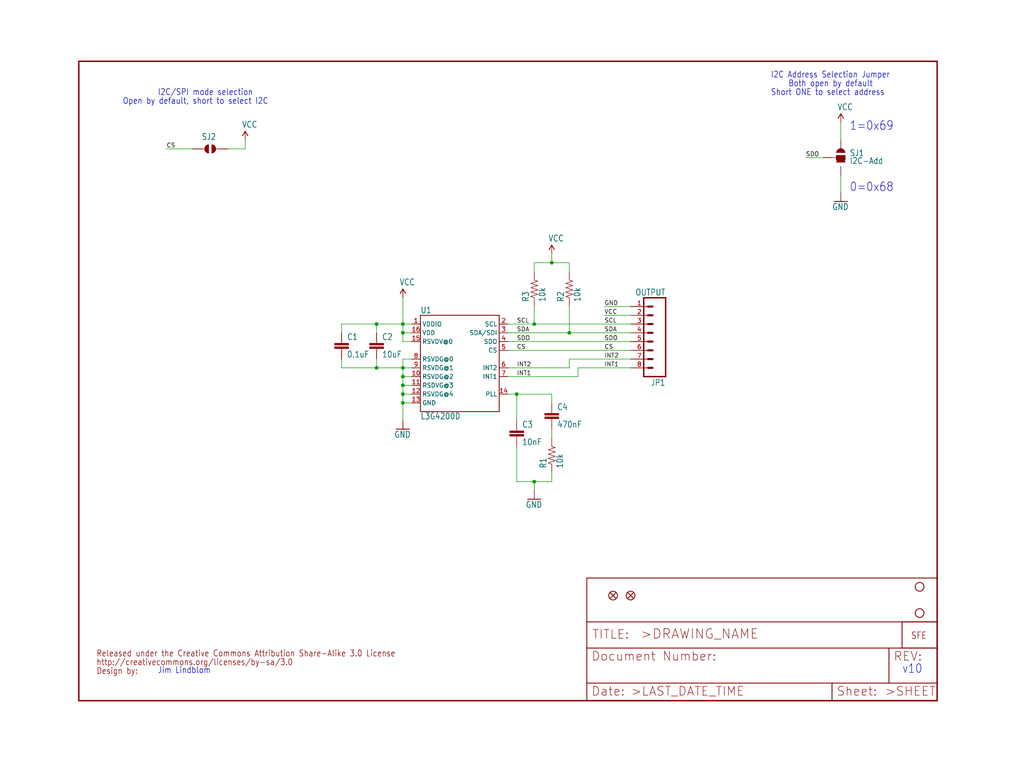
<source format=kicad_sch>
(kicad_sch (version 20211123) (generator eeschema)
  (paper "User" 297.002 223.926)
  (lib_symbols
    (symbol "eagleSchem-eagle-import:CAP0402-CAP"
      (property "Reference" "C" (at 1.524 2.921 0))
      (property "Value" "CAP0402-CAP" (at 1.524 -2.159 0))
      (symbol "CAP0402-CAP_1_0"
        (rectangle (start -2.032 0.508) (end 2.032 1.016) (fill (type outline)))
        (rectangle (start -2.032 1.524) (end 2.032 2.032) (fill (type outline)))
        (polyline (pts (xy 0 0) (xy 0 0.508)) (stroke (width 0.1524)))
        (polyline (pts (xy 0 2.54) (xy 0 2.032)) (stroke (width 0.1524)))
        (pin passive line (at 0 5.08 270) (length 2.54) (name "1") (number "1"))
        (pin passive line (at 0 -2.54 90) (length 2.54) (name "2") (number "2"))
      )
    )
    (symbol "eagleSchem-eagle-import:CAP1206"
      (property "Reference" "C" (at 1.524 2.921 0))
      (property "Value" "CAP1206" (at 1.524 -2.159 0))
      (symbol "CAP1206_1_0"
        (rectangle (start -2.032 0.508) (end 2.032 1.016) (fill (type outline)))
        (rectangle (start -2.032 1.524) (end 2.032 2.032) (fill (type outline)))
        (polyline (pts (xy 0 0) (xy 0 0.508)) (stroke (width 0.1524)))
        (polyline (pts (xy 0 2.54) (xy 0 2.032)) (stroke (width 0.1524)))
        (pin passive line (at 0 5.08 270) (length 2.54) (name "1") (number "1"))
        (pin passive line (at 0 -2.54 90) (length 2.54) (name "2") (number "2"))
      )
    )
    (symbol "eagleSchem-eagle-import:CREATIVE_COMMONS"
      (symbol "CREATIVE_COMMONS_1_0"
        (text "Design by:" (at 0 0 0) (effects (font (size 1.778 1.5113)) (justify left bottom)))
        (text "http://creativecommons.org/licenses/by-sa/3.0" (at 0 2.54 0) (effects (font (size 1.778 1.5113)) (justify left bottom)))
        (text "Released under the Creative Commons Attribution Share-Alike 3.0 License" (at 0 5.08 0) (effects (font (size 1.778 1.5113)) (justify left bottom)))
      )
    )
    (symbol "eagleSchem-eagle-import:FIDUCIAL1X2"
      (symbol "FIDUCIAL1X2_1_0"
        (polyline (pts (xy -0.762 0.762) (xy 0.762 -0.762)) (stroke (width 0.254)))
        (polyline (pts (xy 0.762 0.762) (xy -0.762 -0.762)) (stroke (width 0.254)))
        (circle (center 0 0) (radius 1.27) (stroke (width 0.254)))
      )
    )
    (symbol "eagleSchem-eagle-import:FRAME-LETTER"
      (symbol "FRAME-LETTER_1_0"
        (polyline (pts (xy 0 0) (xy 248.92 0)) (stroke (width 0.4064)))
        (polyline (pts (xy 0 185.42) (xy 0 0)) (stroke (width 0.4064)))
        (polyline (pts (xy 0 185.42) (xy 248.92 185.42)) (stroke (width 0.4064)))
        (polyline (pts (xy 248.92 185.42) (xy 248.92 0)) (stroke (width 0.4064)))
      )
      (symbol "FRAME-LETTER_2_0"
        (polyline (pts (xy 0 0) (xy 0 5.08)) (stroke (width 0.254)))
        (polyline (pts (xy 0 0) (xy 71.12 0)) (stroke (width 0.254)))
        (polyline (pts (xy 0 5.08) (xy 0 15.24)) (stroke (width 0.254)))
        (polyline (pts (xy 0 5.08) (xy 71.12 5.08)) (stroke (width 0.254)))
        (polyline (pts (xy 0 15.24) (xy 0 22.86)) (stroke (width 0.254)))
        (polyline (pts (xy 0 22.86) (xy 0 35.56)) (stroke (width 0.254)))
        (polyline (pts (xy 0 22.86) (xy 101.6 22.86)) (stroke (width 0.254)))
        (polyline (pts (xy 71.12 0) (xy 101.6 0)) (stroke (width 0.254)))
        (polyline (pts (xy 71.12 5.08) (xy 71.12 0)) (stroke (width 0.254)))
        (polyline (pts (xy 71.12 5.08) (xy 87.63 5.08)) (stroke (width 0.254)))
        (polyline (pts (xy 87.63 5.08) (xy 101.6 5.08)) (stroke (width 0.254)))
        (polyline (pts (xy 87.63 15.24) (xy 0 15.24)) (stroke (width 0.254)))
        (polyline (pts (xy 87.63 15.24) (xy 87.63 5.08)) (stroke (width 0.254)))
        (polyline (pts (xy 101.6 5.08) (xy 101.6 0)) (stroke (width 0.254)))
        (polyline (pts (xy 101.6 15.24) (xy 87.63 15.24)) (stroke (width 0.254)))
        (polyline (pts (xy 101.6 15.24) (xy 101.6 5.08)) (stroke (width 0.254)))
        (polyline (pts (xy 101.6 22.86) (xy 101.6 15.24)) (stroke (width 0.254)))
        (polyline (pts (xy 101.6 35.56) (xy 0 35.56)) (stroke (width 0.254)))
        (polyline (pts (xy 101.6 35.56) (xy 101.6 22.86)) (stroke (width 0.254)))
        (text ">DRAWING_NAME" (at 15.494 17.78 0) (effects (font (size 2.7432 2.7432)) (justify left bottom)))
        (text ">LAST_DATE_TIME" (at 12.7 1.27 0) (effects (font (size 2.54 2.54)) (justify left bottom)))
        (text ">SHEET" (at 86.36 1.27 0) (effects (font (size 2.54 2.54)) (justify left bottom)))
        (text "Date:" (at 1.27 1.27 0) (effects (font (size 2.54 2.54)) (justify left bottom)))
        (text "Document Number:" (at 1.27 11.43 0) (effects (font (size 2.54 2.54)) (justify left bottom)))
        (text "REV:" (at 88.9 11.43 0) (effects (font (size 2.54 2.54)) (justify left bottom)))
        (text "Sheet:" (at 72.39 1.27 0) (effects (font (size 2.54 2.54)) (justify left bottom)))
        (text "TITLE:" (at 1.524 17.78 0) (effects (font (size 2.54 2.54)) (justify left bottom)))
      )
    )
    (symbol "eagleSchem-eagle-import:GND" (power)
      (property "Value" "GND" (at -2.54 -2.54 0))
      (symbol "GND_1_0"
        (polyline (pts (xy -1.905 0) (xy 1.905 0)) (stroke (width 0.254)))
        (pin power_in line (at 0 2.54 270) (length 2.54) (name "GND") (number "1"))
      )
    )
    (symbol "eagleSchem-eagle-import:L3G4200D"
      (property "Reference" "U" (at -12.7 15.748 0))
      (property "Value" "L3G4200D" (at -12.7 -14.986 0))
      (symbol "L3G4200D_1_0"
        (polyline (pts (xy -12.7 -12.7) (xy 10.16 -12.7)) (stroke (width 0.254)))
        (polyline (pts (xy -12.7 15.24) (xy -12.7 -12.7)) (stroke (width 0.254)))
        (polyline (pts (xy 10.16 -12.7) (xy 10.16 15.24)) (stroke (width 0.254)))
        (polyline (pts (xy 10.16 15.24) (xy -12.7 15.24)) (stroke (width 0.254)))
        (pin bidirectional line (at -15.24 12.7 0) (length 2.54) (name "VDDIO") (number "1"))
        (pin bidirectional line (at -15.24 -2.54 0) (length 2.54) (name "RSVDG@2") (number "10"))
        (pin bidirectional line (at -15.24 -5.08 0) (length 2.54) (name "RSDVG@3") (number "11"))
        (pin bidirectional line (at -15.24 -7.62 0) (length 2.54) (name "RSVDG@4") (number "12"))
        (pin bidirectional line (at -15.24 -10.16 0) (length 2.54) (name "GND") (number "13"))
        (pin bidirectional line (at 12.7 -7.62 180) (length 2.54) (name "PLL") (number "14"))
        (pin bidirectional line (at -15.24 7.62 0) (length 2.54) (name "RSVDV@0") (number "15"))
        (pin bidirectional line (at -15.24 10.16 0) (length 2.54) (name "VDD") (number "16"))
        (pin bidirectional line (at 12.7 12.7 180) (length 2.54) (name "SCL") (number "2"))
        (pin bidirectional line (at 12.7 10.16 180) (length 2.54) (name "SDA/SDI") (number "3"))
        (pin bidirectional line (at 12.7 7.62 180) (length 2.54) (name "SDO") (number "4"))
        (pin bidirectional line (at 12.7 5.08 180) (length 2.54) (name "CS") (number "5"))
        (pin bidirectional line (at 12.7 0 180) (length 2.54) (name "INT2") (number "6"))
        (pin bidirectional line (at 12.7 -2.54 180) (length 2.54) (name "INT1") (number "7"))
        (pin bidirectional line (at -15.24 2.54 0) (length 2.54) (name "RSVDG@0") (number "8"))
        (pin bidirectional line (at -15.24 0 0) (length 2.54) (name "RSVDG@1") (number "9"))
      )
    )
    (symbol "eagleSchem-eagle-import:LOGO-SFESK"
      (symbol "LOGO-SFESK_1_0"
        (polyline (pts (xy -2.54 -2.54) (xy 7.62 -2.54)) (stroke (width 0.254)))
        (polyline (pts (xy -2.54 5.08) (xy -2.54 -2.54)) (stroke (width 0.254)))
        (polyline (pts (xy 7.62 -2.54) (xy 7.62 5.08)) (stroke (width 0.254)))
        (polyline (pts (xy 7.62 5.08) (xy -2.54 5.08)) (stroke (width 0.254)))
        (text "SFE" (at 0 0 0) (effects (font (size 1.9304 1.6408)) (justify left bottom)))
      )
    )
    (symbol "eagleSchem-eagle-import:M08"
      (property "Reference" "JP" (at -5.08 13.462 0))
      (property "Value" "M08" (at -5.08 -12.7 0))
      (symbol "M08_1_0"
        (polyline (pts (xy -5.08 12.7) (xy -5.08 -10.16)) (stroke (width 0.4064)))
        (polyline (pts (xy -5.08 12.7) (xy 1.27 12.7)) (stroke (width 0.4064)))
        (polyline (pts (xy -1.27 -7.62) (xy 0 -7.62)) (stroke (width 0.6096)))
        (polyline (pts (xy -1.27 -5.08) (xy 0 -5.08)) (stroke (width 0.6096)))
        (polyline (pts (xy -1.27 -2.54) (xy 0 -2.54)) (stroke (width 0.6096)))
        (polyline (pts (xy -1.27 0) (xy 0 0)) (stroke (width 0.6096)))
        (polyline (pts (xy -1.27 2.54) (xy 0 2.54)) (stroke (width 0.6096)))
        (polyline (pts (xy -1.27 5.08) (xy 0 5.08)) (stroke (width 0.6096)))
        (polyline (pts (xy -1.27 7.62) (xy 0 7.62)) (stroke (width 0.6096)))
        (polyline (pts (xy -1.27 10.16) (xy 0 10.16)) (stroke (width 0.6096)))
        (polyline (pts (xy 1.27 -10.16) (xy -5.08 -10.16)) (stroke (width 0.4064)))
        (polyline (pts (xy 1.27 -10.16) (xy 1.27 12.7)) (stroke (width 0.4064)))
        (pin passive line (at 5.08 -7.62 180) (length 5.08) (name "1") (number "1"))
        (pin passive line (at 5.08 -5.08 180) (length 5.08) (name "2") (number "2"))
        (pin passive line (at 5.08 -2.54 180) (length 5.08) (name "3") (number "3"))
        (pin passive line (at 5.08 0 180) (length 5.08) (name "4") (number "4"))
        (pin passive line (at 5.08 2.54 180) (length 5.08) (name "5") (number "5"))
        (pin passive line (at 5.08 5.08 180) (length 5.08) (name "6") (number "6"))
        (pin passive line (at 5.08 7.62 180) (length 5.08) (name "7") (number "7"))
        (pin passive line (at 5.08 10.16 180) (length 5.08) (name "8") (number "8"))
      )
    )
    (symbol "eagleSchem-eagle-import:RESISTOR0402-RES"
      (property "Reference" "R" (at -3.81 1.4986 0))
      (property "Value" "RESISTOR0402-RES" (at -3.81 -3.302 0))
      (symbol "RESISTOR0402-RES_1_0"
        (polyline (pts (xy -2.54 0) (xy -2.159 1.016)) (stroke (width 0.1524)))
        (polyline (pts (xy -2.159 1.016) (xy -1.524 -1.016)) (stroke (width 0.1524)))
        (polyline (pts (xy -1.524 -1.016) (xy -0.889 1.016)) (stroke (width 0.1524)))
        (polyline (pts (xy -0.889 1.016) (xy -0.254 -1.016)) (stroke (width 0.1524)))
        (polyline (pts (xy -0.254 -1.016) (xy 0.381 1.016)) (stroke (width 0.1524)))
        (polyline (pts (xy 0.381 1.016) (xy 1.016 -1.016)) (stroke (width 0.1524)))
        (polyline (pts (xy 1.016 -1.016) (xy 1.651 1.016)) (stroke (width 0.1524)))
        (polyline (pts (xy 1.651 1.016) (xy 2.286 -1.016)) (stroke (width 0.1524)))
        (polyline (pts (xy 2.286 -1.016) (xy 2.54 0)) (stroke (width 0.1524)))
        (pin passive line (at -5.08 0 0) (length 2.54) (name "1") (number "1"))
        (pin passive line (at 5.08 0 180) (length 2.54) (name "2") (number "2"))
      )
    )
    (symbol "eagleSchem-eagle-import:SOLDERJUMPERNO"
      (property "Reference" "SJ" (at -2.54 2.54 0))
      (symbol "SOLDERJUMPERNO_1_0"
        (arc (start -0.381 1.2699) (mid -1.6508 0) (end -0.381 -1.2699) (stroke (width 0.0001)) (fill (type outline)))
        (polyline (pts (xy -2.54 0) (xy -1.651 0)) (stroke (width 0.1524)))
        (polyline (pts (xy 2.54 0) (xy 1.651 0)) (stroke (width 0.1524)))
        (arc (start 0.381 -1.2699) (mid 1.6508 0) (end 0.381 1.2699) (stroke (width 0.0001)) (fill (type outline)))
        (pin passive line (at -5.08 0 0) (length 2.54) (name "1") (number "1"))
        (pin passive line (at 5.08 0 180) (length 2.54) (name "2") (number "2"))
      )
    )
    (symbol "eagleSchem-eagle-import:SOLDERJUMPER_2WAYS"
      (property "Reference" "SJ" (at 2.54 0.381 0))
      (property "Value" "SOLDERJUMPER_2WAYS" (at 2.54 -1.905 0))
      (symbol "SOLDERJUMPER_2WAYS_1_0"
        (rectangle (start -1.27 -0.635) (end 1.27 0.635) (fill (type outline)))
        (polyline (pts (xy -2.54 0) (xy -1.27 0)) (stroke (width 0.1524)))
        (polyline (pts (xy -1.27 -0.635) (xy -1.27 0)) (stroke (width 0.1524)))
        (polyline (pts (xy -1.27 0) (xy -1.27 0.635)) (stroke (width 0.1524)))
        (polyline (pts (xy -1.27 0.635) (xy 1.27 0.635)) (stroke (width 0.1524)))
        (polyline (pts (xy 1.27 -0.635) (xy -1.27 -0.635)) (stroke (width 0.1524)))
        (polyline (pts (xy 1.27 0.635) (xy 1.27 -0.635)) (stroke (width 0.1524)))
        (arc (start 1.27 -1.397) (mid 0 -0.127) (end -1.27 -1.397) (stroke (width 0.0001)) (fill (type outline)))
        (arc (start 1.27 1.397) (mid 0 2.667) (end -1.27 1.397) (stroke (width 0.0001)) (fill (type outline)))
        (pin passive line (at 0 5.08 270) (length 2.54) (name "1") (number "1"))
        (pin passive line (at -5.08 0 0) (length 2.54) (name "2") (number "2"))
        (pin passive line (at 0 -5.08 90) (length 2.54) (name "3") (number "3"))
      )
    )
    (symbol "eagleSchem-eagle-import:STAND-OFF"
      (symbol "STAND-OFF_1_0"
        (circle (center 0 0) (radius 1.27) (stroke (width 0.254)))
      )
    )
    (symbol "eagleSchem-eagle-import:VCC" (power)
      (property "Value" "VCC" (at -1.016 3.556 0))
      (symbol "VCC_1_0"
        (polyline (pts (xy 0 2.54) (xy -0.762 1.27)) (stroke (width 0.254)))
        (polyline (pts (xy 0.762 1.27) (xy 0 2.54)) (stroke (width 0.254)))
        (pin power_in line (at 0 0 90) (length 2.54) (name "VCC") (number "1"))
      )
    )
  )
  (junction (at 116.84 116.84))
  (junction (at 109.22 106.68))
  (junction (at 160.02 76.2))
  (junction (at 116.84 114.3))
  (junction (at 149.86 114.3))
  (junction (at 165.1 96.52))
  (junction (at 116.84 93.98))
  (junction (at 154.94 93.98))
  (junction (at 116.84 111.76))
  (junction (at 154.94 139.7))
  (junction (at 116.84 109.22))
  (junction (at 109.22 93.98))
  (junction (at 116.84 106.68))
  (junction (at 116.84 96.52))
  (wire (pts (xy 182.88 93.98) (xy 154.94 93.98)))
  (wire (pts (xy 99.06 104.14) (xy 99.06 106.68)))
  (wire (pts (xy 116.84 111.76) (xy 116.84 114.3)))
  (wire (pts (xy 149.86 114.3) (xy 160.02 114.3)))
  (wire (pts (xy 165.1 76.2) (xy 160.02 76.2)))
  (wire (pts (xy 149.86 139.7) (xy 154.94 139.7)))
  (wire (pts (xy 66.04 43.18) (xy 71.12 43.18)))
  (wire (pts (xy 238.76 45.72) (xy 233.68 45.72)))
  (wire (pts (xy 165.1 104.14) (xy 182.88 104.14)))
  (wire (pts (xy 160.02 127) (xy 160.02 124.46)))
  (wire (pts (xy 71.12 40.64) (xy 71.12 43.18)))
  (wire (pts (xy 167.64 106.68) (xy 182.88 106.68)))
  (wire (pts (xy 147.32 106.68) (xy 165.1 106.68)))
  (wire (pts (xy 147.32 109.22) (xy 167.64 109.22)))
  (wire (pts (xy 147.32 93.98) (xy 154.94 93.98)))
  (wire (pts (xy 160.02 76.2) (xy 160.02 73.66)))
  (wire (pts (xy 149.86 129.54) (xy 149.86 139.7)))
  (wire (pts (xy 109.22 93.98) (xy 116.84 93.98)))
  (wire (pts (xy 147.32 96.52) (xy 165.1 96.52)))
  (wire (pts (xy 160.02 114.3) (xy 160.02 116.84)))
  (wire (pts (xy 167.64 109.22) (xy 167.64 106.68)))
  (wire (pts (xy 109.22 106.68) (xy 116.84 106.68)))
  (wire (pts (xy 119.38 106.68) (xy 116.84 106.68)))
  (wire (pts (xy 243.84 55.88) (xy 243.84 50.8)))
  (wire (pts (xy 99.06 106.68) (xy 109.22 106.68)))
  (wire (pts (xy 154.94 93.98) (xy 154.94 88.9)))
  (wire (pts (xy 116.84 106.68) (xy 116.84 109.22)))
  (wire (pts (xy 182.88 99.06) (xy 147.32 99.06)))
  (wire (pts (xy 119.38 116.84) (xy 116.84 116.84)))
  (wire (pts (xy 119.38 93.98) (xy 116.84 93.98)))
  (wire (pts (xy 99.06 96.52) (xy 99.06 93.98)))
  (wire (pts (xy 116.84 99.06) (xy 116.84 96.52)))
  (wire (pts (xy 116.84 109.22) (xy 116.84 111.76)))
  (wire (pts (xy 119.38 111.76) (xy 116.84 111.76)))
  (wire (pts (xy 149.86 114.3) (xy 149.86 121.92)))
  (wire (pts (xy 55.88 43.18) (xy 48.26 43.18)))
  (wire (pts (xy 119.38 104.14) (xy 116.84 104.14)))
  (wire (pts (xy 182.88 101.6) (xy 147.32 101.6)))
  (wire (pts (xy 119.38 96.52) (xy 116.84 96.52)))
  (wire (pts (xy 116.84 114.3) (xy 116.84 116.84)))
  (wire (pts (xy 119.38 99.06) (xy 116.84 99.06)))
  (wire (pts (xy 147.32 114.3) (xy 149.86 114.3)))
  (wire (pts (xy 243.84 35.56) (xy 243.84 40.64)))
  (wire (pts (xy 160.02 139.7) (xy 160.02 137.16)))
  (wire (pts (xy 109.22 104.14) (xy 109.22 106.68)))
  (wire (pts (xy 119.38 114.3) (xy 116.84 114.3)))
  (wire (pts (xy 154.94 139.7) (xy 154.94 142.24)))
  (wire (pts (xy 165.1 78.74) (xy 165.1 76.2)))
  (wire (pts (xy 109.22 96.52) (xy 109.22 93.98)))
  (wire (pts (xy 154.94 78.74) (xy 154.94 76.2)))
  (wire (pts (xy 116.84 116.84) (xy 116.84 121.92)))
  (wire (pts (xy 160.02 139.7) (xy 154.94 139.7)))
  (wire (pts (xy 165.1 96.52) (xy 165.1 88.9)))
  (wire (pts (xy 182.88 91.44) (xy 175.26 91.44)))
  (wire (pts (xy 182.88 88.9) (xy 175.26 88.9)))
  (wire (pts (xy 116.84 93.98) (xy 116.84 86.36)))
  (wire (pts (xy 116.84 104.14) (xy 116.84 106.68)))
  (wire (pts (xy 182.88 96.52) (xy 165.1 96.52)))
  (wire (pts (xy 119.38 109.22) (xy 116.84 109.22)))
  (wire (pts (xy 116.84 96.52) (xy 116.84 93.98)))
  (wire (pts (xy 99.06 93.98) (xy 109.22 93.98)))
  (wire (pts (xy 154.94 76.2) (xy 160.02 76.2)))
  (wire (pts (xy 165.1 106.68) (xy 165.1 104.14)))
  (text "Jim Lindblom" (at 45.72 195.58 180) (effects (font (size 1.778 1.5113)) (justify left bottom)))
  (text "Open by default, short to select I2C" (at 35.56 30.48 180) (effects (font (size 1.778 1.5113)) (justify left bottom)))
  (text "0=0x68" (at 246.38 55.88 180) (effects (font (size 2.54 2.159)) (justify left bottom)))
  (text "1=0x69" (at 246.38 38.1 180) (effects (font (size 2.54 2.159)) (justify left bottom)))
  (text "I2C/SPI mode selection" (at 45.72 27.94 180) (effects (font (size 1.778 1.5113)) (justify left bottom)))
  (text "Both open by default" (at 228.6 25.4 180) (effects (font (size 1.778 1.5113)) (justify left bottom)))
  (text "Short ONE to select address" (at 223.52 27.94 180) (effects (font (size 1.778 1.5113)) (justify left bottom)))
  (text "I2C Address Selection Jumper" (at 223.52 22.86 180) (effects (font (size 1.778 1.5113)) (justify left bottom)))
  (text "v10" (at 261.62 195.58 180) (effects (font (size 2.54 2.159)) (justify left bottom)))
  (label "SDO" (at 233.68 45.72 0) (effects (font (size 1.2446 1.2446))))
  (label "SDA" (at 149.86 96.52 0) (effects (font (size 1.2446 1.2446))))
  (label "INT1" (at 175.26 106.68 0) (effects (font (size 1.2446 1.2446))))
  (label "SCL" (at 149.86 93.98 0) (effects (font (size 1.2446 1.2446))))
  (label "CS" (at 48.26 43.18 0) (effects (font (size 1.2446 1.2446))))
  (label "SDA" (at 175.26 96.52 0) (effects (font (size 1.2446 1.2446))))
  (label "GND" (at 175.26 88.9 0) (effects (font (size 1.2446 1.2446))))
  (label "VCC" (at 175.26 91.44 0) (effects (font (size 1.2446 1.2446))))
  (label "INT1" (at 149.86 109.22 0) (effects (font (size 1.2446 1.2446))))
  (label "SDO" (at 149.86 99.06 0) (effects (font (size 1.2446 1.2446))))
  (label "CS" (at 175.26 101.6 0) (effects (font (size 1.2446 1.2446))))
  (label "INT2" (at 149.86 106.68 0) (effects (font (size 1.2446 1.2446))))
  (label "SCL" (at 175.26 93.98 0) (effects (font (size 1.2446 1.2446))))
  (label "CS" (at 149.86 101.6 0) (effects (font (size 1.2446 1.2446))))
  (label "INT2" (at 175.26 104.14 0) (effects (font (size 1.2446 1.2446))))
  (label "SDO" (at 175.26 99.06 0) (effects (font (size 1.2446 1.2446))))
  (symbol (lib_id "eagleSchem-eagle-import:M08") (at 187.96 96.52 180) (unit 1)
    (property "Reference" "JP1" (at 193.04 109.982 0) (effects (font (size 1.778 1.5113)) (justify left bottom)))
    (property "Value" "OUTPUT" (at 193.04 83.82 0) (effects (font (size 1.778 1.5113)) (justify left bottom)))
    (property "Footprint" "eagleSchem:1X08" (effects hide))
  )
  (symbol (lib_id "eagleSchem-eagle-import:VCC") (at 243.84 35.56 0) (unit 1)
    (property "Reference" "#P+3" (effects hide))
    (property "Value" "VCC" (at 242.824 32.004 0) (effects (font (size 1.778 1.5113)) (justify left bottom)))
    (property "Footprint" "eagleSchem:" (effects hide))
  )
  (symbol (lib_id "eagleSchem-eagle-import:STAND-OFF") (at 266.7 177.8 0) (unit 1)
    (property "Reference" "JP3" (effects hide))
    (property "Value" "STAND-OFF" (effects hide))
    (property "Footprint" "eagleSchem:STAND-OFF" (effects hide))
  )
  (symbol (lib_id "eagleSchem-eagle-import:VCC") (at 71.12 40.64 0) (unit 1)
    (property "Reference" "#P+4" (effects hide))
    (property "Value" "VCC" (at 70.104 37.084 0) (effects (font (size 1.778 1.5113)) (justify left bottom)))
    (property "Footprint" "eagleSchem:" (effects hide))
  )
  (symbol (lib_id "eagleSchem-eagle-import:RESISTOR0402-RES") (at 160.02 132.08 90) (unit 1)
    (property "Reference" "R1" (at 158.5214 135.89 0) (effects (font (size 1.778 1.5113)) (justify left bottom)))
    (property "Value" "10k" (at 163.322 135.89 0) (effects (font (size 1.778 1.5113)) (justify left bottom)))
    (property "Footprint" "eagleSchem:0402-RES" (effects hide))
  )
  (symbol (lib_id "eagleSchem-eagle-import:CAP0402-CAP") (at 149.86 127 0) (unit 1)
    (property "Reference" "C3" (at 151.384 124.079 0) (effects (font (size 1.778 1.5113)) (justify left bottom)))
    (property "Value" "10nF" (at 151.384 129.159 0) (effects (font (size 1.778 1.5113)) (justify left bottom)))
    (property "Footprint" "eagleSchem:0402-CAP" (effects hide))
  )
  (symbol (lib_id "eagleSchem-eagle-import:CAP1206") (at 109.22 101.6 0) (unit 1)
    (property "Reference" "C2" (at 110.744 98.679 0) (effects (font (size 1.778 1.5113)) (justify left bottom)))
    (property "Value" "10uF" (at 110.744 103.759 0) (effects (font (size 1.778 1.5113)) (justify left bottom)))
    (property "Footprint" "eagleSchem:1206" (effects hide))
  )
  (symbol (lib_id "eagleSchem-eagle-import:FIDUCIAL1X2") (at 177.8 172.72 0) (unit 1)
    (property "Reference" "JP5" (effects hide))
    (property "Value" "FIDUCIAL1X2" (effects hide))
    (property "Footprint" "eagleSchem:FIDUCIAL-1X2" (effects hide))
  )
  (symbol (lib_id "eagleSchem-eagle-import:SOLDERJUMPER_2WAYS") (at 243.84 45.72 0) (unit 1)
    (property "Reference" "SJ1" (at 246.38 45.339 0) (effects (font (size 1.778 1.5113)) (justify left bottom)))
    (property "Value" "I2C-Add" (at 246.38 47.625 0) (effects (font (size 1.778 1.5113)) (justify left bottom)))
    (property "Footprint" "eagleSchem:SJ_3" (effects hide))
  )
  (symbol (lib_id "eagleSchem-eagle-import:RESISTOR0402-RES") (at 165.1 83.82 90) (unit 1)
    (property "Reference" "R2" (at 163.6014 87.63 0) (effects (font (size 1.778 1.5113)) (justify left bottom)))
    (property "Value" "10k" (at 168.402 87.63 0) (effects (font (size 1.778 1.5113)) (justify left bottom)))
    (property "Footprint" "eagleSchem:0402-RES" (effects hide))
  )
  (symbol (lib_id "eagleSchem-eagle-import:L3G4200D") (at 134.62 106.68 0) (unit 1)
    (property "Reference" "U1" (at 121.92 90.932 0) (effects (font (size 1.778 1.5113)) (justify left bottom)))
    (property "Value" "L3G4200D" (at 121.92 121.666 0) (effects (font (size 1.778 1.5113)) (justify left bottom)))
    (property "Footprint" "eagleSchem:LGA16-4X4" (effects hide))
  )
  (symbol (lib_id "eagleSchem-eagle-import:SOLDERJUMPERNO") (at 60.96 43.18 0) (unit 1)
    (property "Reference" "SJ2" (at 58.42 40.64 0) (effects (font (size 1.778 1.5113)) (justify left bottom)))
    (property "Value" "I2C-Mode" (effects hide))
    (property "Footprint" "eagleSchem:SJ_2S-NO" (effects hide))
  )
  (symbol (lib_id "eagleSchem-eagle-import:LOGO-SFESK") (at 264.16 185.42 0) (unit 1)
    (property "Reference" "JP4" (effects hide))
    (property "Value" "LOGO-SFESK" (effects hide))
    (property "Footprint" "eagleSchem:SFE-LOGO-FLAME" (effects hide))
  )
  (symbol (lib_id "eagleSchem-eagle-import:GND") (at 154.94 144.78 0) (unit 1)
    (property "Reference" "#GND2" (effects hide))
    (property "Value" "GND" (at 152.4 147.32 0) (effects (font (size 1.778 1.5113)) (justify left bottom)))
    (property "Footprint" "eagleSchem:" (effects hide))
  )
  (symbol (lib_id "eagleSchem-eagle-import:VCC") (at 116.84 86.36 0) (unit 1)
    (property "Reference" "#P+2" (effects hide))
    (property "Value" "VCC" (at 115.824 82.804 0) (effects (font (size 1.778 1.5113)) (justify left bottom)))
    (property "Footprint" "eagleSchem:" (effects hide))
  )
  (symbol (lib_id "eagleSchem-eagle-import:CREATIVE_COMMONS") (at 27.94 195.58 0) (unit 1)
    (property "Reference" "U$1" (effects hide))
    (property "Value" "CREATIVE_COMMONS" (effects hide))
    (property "Footprint" "eagleSchem:CREATIVE_COMMONS" (effects hide))
  )
  (symbol (lib_id "eagleSchem-eagle-import:STAND-OFF") (at 266.7 170.18 0) (unit 1)
    (property "Reference" "JP2" (effects hide))
    (property "Value" "STAND-OFF" (effects hide))
    (property "Footprint" "eagleSchem:STAND-OFF" (effects hide))
  )
  (symbol (lib_id "eagleSchem-eagle-import:FRAME-LETTER") (at 22.86 203.2 0) (unit 1)
    (property "Reference" "#FRAME1" (effects hide))
    (property "Value" "FRAME-LETTER" (effects hide))
    (property "Footprint" "eagleSchem:" (effects hide))
  )
  (symbol (lib_id "eagleSchem-eagle-import:GND") (at 243.84 58.42 0) (unit 1)
    (property "Reference" "#GND3" (effects hide))
    (property "Value" "GND" (at 241.3 60.96 0) (effects (font (size 1.778 1.5113)) (justify left bottom)))
    (property "Footprint" "eagleSchem:" (effects hide))
  )
  (symbol (lib_id "eagleSchem-eagle-import:RESISTOR0402-RES") (at 154.94 83.82 90) (unit 1)
    (property "Reference" "R3" (at 153.4414 87.63 0) (effects (font (size 1.778 1.5113)) (justify left bottom)))
    (property "Value" "10k" (at 158.242 87.63 0) (effects (font (size 1.778 1.5113)) (justify left bottom)))
    (property "Footprint" "eagleSchem:0402-RES" (effects hide))
  )
  (symbol (lib_id "eagleSchem-eagle-import:FIDUCIAL1X2") (at 182.88 172.72 0) (unit 1)
    (property "Reference" "JP6" (effects hide))
    (property "Value" "FIDUCIAL1X2" (effects hide))
    (property "Footprint" "eagleSchem:FIDUCIAL-1X2" (effects hide))
  )
  (symbol (lib_id "eagleSchem-eagle-import:FRAME-LETTER") (at 170.18 203.2 0) (unit 2)
    (property "Reference" "#FRAME1" (effects hide))
    (property "Value" "FRAME-LETTER" (effects hide))
    (property "Footprint" "eagleSchem:" (effects hide))
  )
  (symbol (lib_id "eagleSchem-eagle-import:CAP0402-CAP") (at 99.06 101.6 0) (unit 1)
    (property "Reference" "C1" (at 100.584 98.679 0) (effects (font (size 1.778 1.5113)) (justify left bottom)))
    (property "Value" "0.1uF" (at 100.584 103.759 0) (effects (font (size 1.778 1.5113)) (justify left bottom)))
    (property "Footprint" "eagleSchem:0402-CAP" (effects hide))
  )
  (symbol (lib_id "eagleSchem-eagle-import:GND") (at 116.84 124.46 0) (unit 1)
    (property "Reference" "#GND1" (effects hide))
    (property "Value" "GND" (at 114.3 127 0) (effects (font (size 1.778 1.5113)) (justify left bottom)))
    (property "Footprint" "eagleSchem:" (effects hide))
  )
  (symbol (lib_id "eagleSchem-eagle-import:VCC") (at 160.02 73.66 0) (unit 1)
    (property "Reference" "#P+1" (effects hide))
    (property "Value" "VCC" (at 159.004 70.104 0) (effects (font (size 1.778 1.5113)) (justify left bottom)))
    (property "Footprint" "eagleSchem:" (effects hide))
  )
  (symbol (lib_id "eagleSchem-eagle-import:CAP0402-CAP") (at 160.02 121.92 0) (unit 1)
    (property "Reference" "C4" (at 161.544 118.999 0) (effects (font (size 1.778 1.5113)) (justify left bottom)))
    (property "Value" "470nF" (at 161.544 124.079 0) (effects (font (size 1.778 1.5113)) (justify left bottom)))
    (property "Footprint" "eagleSchem:0402-CAP" (effects hide))
  )
)
</source>
